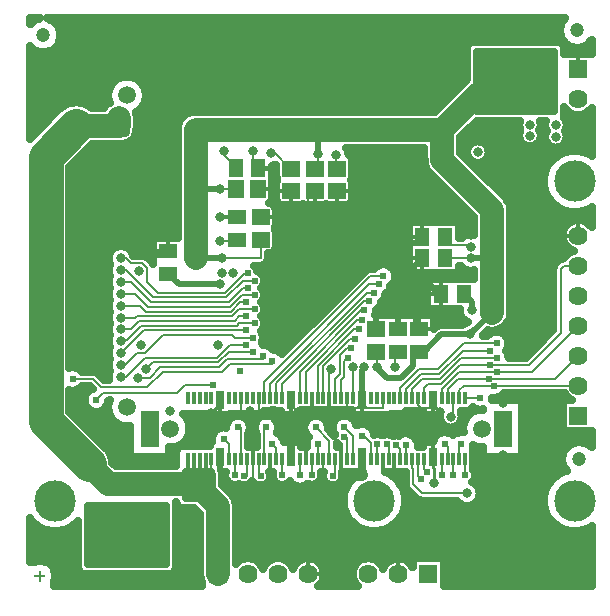
<source format=gbr>
G04 DipTrace 3.2.0.1*
G04 Bottom.gbr*
%MOIN*%
G04 #@! TF.FileFunction,Copper,L4,Bot*
G04 #@! TF.Part,Single*
%AMOUTLINE0*
4,1,4,
0.029528,-0.025591,
-0.029528,-0.025591,
-0.029528,0.025591,
0.029528,0.025591,
0.029528,-0.025591,
0*%
%AMOUTLINE3*
4,1,4,
-0.029528,0.025591,
0.029528,0.025591,
0.029528,-0.025591,
-0.029528,-0.025591,
-0.029528,0.025591,
0*%
%AMOUTLINE6*
4,1,4,
0.025591,0.029528,
0.025591,-0.029528,
-0.025591,-0.029528,
-0.025591,0.029528,
0.025591,0.029528,
0*%
G04 #@! TA.AperFunction,Conductor*
%ADD10C,0.009843*%
%ADD13C,0.007*%
%ADD15C,0.03937*%
G04 #@! TA.AperFunction,ViaPad*
%ADD16C,0.031496*%
G04 #@! TA.AperFunction,Conductor*
%ADD17C,0.019685*%
%ADD18C,0.07874*%
%ADD19C,0.02*%
G04 #@! TA.AperFunction,ViaPad*
%ADD20C,0.024*%
G04 #@! TA.AperFunction,Conductor*
%ADD21C,0.11811*%
%ADD22C,0.0275*%
%ADD23C,0.012*%
G04 #@! TA.AperFunction,CopperBalancing*
%ADD24C,0.025*%
%ADD25C,0.012992*%
G04 #@! TA.AperFunction,Nonconductor*
%ADD27C,0.007875*%
%ADD28C,0.04725*%
%ADD29R,0.051181X0.059055*%
%ADD30R,0.059055X0.051181*%
G04 #@! TA.AperFunction,ComponentPad*
%ADD35R,0.06378X0.06378*%
%ADD37C,0.06378*%
%ADD39C,0.059055*%
%ADD41R,0.011699X0.043199*%
%ADD42R,0.011801X0.043301*%
%ADD43R,0.0275X0.0589*%
%ADD44R,0.0629X0.122*%
G04 #@! TA.AperFunction,ComponentPad*
%ADD48C,0.137795*%
%ADD104OUTLINE0*%
%ADD107OUTLINE3*%
%ADD110OUTLINE6*%
%FSLAX26Y26*%
G04*
G70*
G90*
G75*
G01*
G04 Bottom*
%LPD*%
X1066929Y1755906D2*
D13*
X1118110D1*
X1393701Y1870466D2*
Y1834646D1*
X1381890Y1822835D1*
X1070866Y1523622D2*
X1200787D1*
Y1586614D1*
X2051181Y2110236D2*
D16*
Y2070866D1*
Y2031496D1*
X1393701Y1870466D2*
D17*
Y1952756D1*
D18*
X1807087D1*
X1925197Y2070866D1*
D16*
X2051181D1*
X1901575Y1523622D2*
D13*
X1814961D1*
X1901575D2*
D17*
X1972441D1*
D18*
Y1685039D1*
X1807087Y1850394D1*
Y1952756D1*
X2015748Y2070866D2*
X1925197D1*
X1070866Y1523622D2*
D17*
X984252D1*
D18*
Y1755906D1*
Y1952756D1*
X1393701D1*
X1381890Y1822835D2*
D13*
X1392339D1*
Y1870466D1*
X1393701D1*
X1900067Y1270146D2*
D17*
X1972441Y1342520D1*
D18*
Y1523622D1*
X1066929Y1755906D2*
D19*
X984252D1*
X1590551Y1161417D2*
D13*
Y1212598D1*
X1586614D1*
X1900067Y1270146D2*
D19*
X1898559Y1271654D1*
X1803150D1*
X1744094Y1212598D1*
X1728346D1*
X1708661D1*
Y1165354D1*
X1669291Y1125984D1*
X1622047D1*
X1590551Y1157480D1*
Y1161417D1*
X1452756Y1870079D2*
D13*
Y1826772D1*
X1456693Y1822835D1*
X1901575Y1562992D2*
X1897638Y1566929D1*
X1814961D1*
Y1594488D1*
X1905512Y1350394D2*
D19*
Y1377953D1*
X1877953Y1405512D1*
X1649606Y1161417D2*
D13*
Y1212598D1*
X1657480D1*
X1066929Y1582677D2*
X1118110D1*
X1122047Y1586614D1*
X1078740Y1881890D2*
Y1870079D1*
X1122047Y1826772D1*
X1118110D1*
X1236220Y1874016D2*
X1248031D1*
X1299213Y1822835D1*
X1303150D1*
X893701Y1472441D2*
D19*
X929134Y1437008D1*
X1066929D1*
X708661Y1992126D2*
D16*
X728346D1*
X748031D1*
X1036906Y854232D2*
D13*
Y818898D1*
X1017304D1*
Y854232D1*
Y818898D2*
X997605D1*
Y854232D1*
Y818898D2*
X977904D1*
Y854232D1*
Y818898D2*
X958303D1*
Y854232D1*
X977904D2*
Y800948D1*
D20*
X1007198Y771654D1*
D18*
X984568D1*
X692913D1*
X627417Y837150D1*
D21*
X484252Y980315D1*
Y1862205D1*
X586614Y1964567D1*
D18*
X728346D1*
Y1992126D1*
X708661Y1944882D2*
D16*
X748031D1*
X984568Y771654D2*
D18*
X1059055Y697167D1*
Y472441D1*
X602362Y862205D2*
D16*
X627417Y837150D1*
X1843904Y1058832D2*
D13*
Y1005322D1*
X1834646Y996063D1*
X1804605Y854232D2*
Y800948D1*
X1381890Y1748031D2*
X1358268D1*
Y1696850D1*
X1233407Y854433D2*
Y801148D1*
X1233406D1*
X1410605Y854433D2*
Y801148D1*
X1410606D1*
X1066304Y862033D2*
D17*
Y815585D1*
X1078740Y803150D1*
X1302605Y862033D2*
D22*
Y913386D1*
X1303150D1*
X1538806Y862033D2*
Y803150D1*
D15*
X1500000D1*
X1775104Y862033D2*
D10*
Y827259D1*
X1779528Y822835D1*
Y775591D1*
X1302605Y1050832D2*
Y1016293D1*
X1307087Y1011811D1*
X1326772D1*
X1775104Y1050832D2*
Y1035920D1*
X1799213Y1011811D1*
X1066304Y1050832D2*
Y1038745D1*
X1035433Y1007874D1*
X1174404Y854433D2*
D13*
Y772829D1*
X1173228Y771654D1*
X1351605Y854433D2*
Y880678D1*
X1318898Y913386D1*
X1303150D1*
X1469604Y854433D2*
Y729446D1*
X1464567Y724409D1*
X1607804Y854033D2*
Y821329D1*
X1622047Y807087D1*
X1637795D1*
X1647105Y854033D2*
Y793840D1*
X1696850Y744094D1*
Y728346D1*
X1430304Y1058933D2*
Y1146840D1*
X1437008Y1153543D1*
X1489304Y1059133D2*
Y1026444D1*
X1492126Y1023622D1*
X1523622D1*
X1538806Y1038806D1*
Y1050832D1*
X1725806Y1058732D2*
Y1034037D1*
X1736220Y1023622D1*
X1775104D1*
Y1050832D1*
X1607705Y1058732D2*
Y1023622D1*
X1555121D1*
X1538806Y1039937D1*
X1134906Y1059133D2*
Y1018638D1*
X1137795Y1015748D1*
X1165354D1*
X1194105Y1058832D2*
Y1016940D1*
X1192913Y1015748D1*
X1165354D1*
X1326772Y1011811D2*
X1371105D1*
Y1059133D1*
X1456693Y1748031D2*
Y1696850D1*
X1405512D1*
X1177165Y1881890D2*
Y1826772D1*
X1192913D1*
X1066929Y1661417D2*
D23*
X1122047D1*
X1259843D2*
X1200787D1*
X1192913Y1755906D2*
X1244094D1*
X1192913Y1826772D2*
X1196850Y1822835D1*
X1248031D1*
X1303150Y1696850D2*
Y1748031D1*
X1586614Y1287402D2*
D19*
Y1338583D1*
X1641732Y1393701D1*
Y1437008D1*
X1657480Y1287402D2*
Y1334646D1*
X1681102Y1358268D1*
Y1437008D1*
X1728346Y1287402D2*
X1720472Y1295276D1*
Y1437008D1*
X1759843D2*
X1763780D1*
X1795276Y1405512D1*
X1803150D1*
X1538806Y1050832D2*
Y1152979D1*
X1547244Y1161417D1*
X1681102Y1492126D2*
X1708661D1*
X1740157Y1523622D1*
Y1594488D2*
Y1574803D1*
X1681102D1*
Y1570866D1*
X893701Y1547244D2*
X881890Y1535433D1*
X795276D1*
X1177165Y1212598D2*
D13*
X1094488D1*
X1059055Y1177165D1*
X842520D1*
X818898Y1153543D1*
X1208661Y1196850D2*
Y1188976D1*
X1090551D1*
X1062992Y1161417D1*
X866142D1*
X830709Y1125984D1*
X791339D1*
X1240157Y1181102D2*
Y1173228D1*
X1098425D1*
X1070866Y1145669D1*
X874016D1*
X822835Y1094488D1*
X669291D1*
X641732Y1122047D1*
X574803D1*
X1043307Y1102362D2*
X948819D1*
X921260Y1074803D1*
X677165D1*
X653543Y1051181D1*
X1706105Y854033D2*
Y825391D1*
X1708661Y822835D1*
Y771654D1*
X1740157Y740157D1*
X1889764D1*
X1964567Y1169291D2*
X1866142D1*
X1803150Y1106299D1*
X1759845D1*
X1745604Y1092058D1*
Y1058633D1*
X2259843Y1500000D2*
X2212598D1*
X2200787Y1488189D1*
Y1275591D1*
X2094488Y1169291D1*
X1964567D1*
X1988189Y1192913D2*
X1870079D1*
X1799213Y1122047D1*
X1740157D1*
X1706105Y1087995D1*
Y1058732D1*
X1964567Y1216535D2*
X1874016D1*
X1795276Y1137795D1*
X1736222D1*
X1686404Y1087978D1*
Y1058633D1*
X1988189Y1240157D2*
X1877953D1*
X1791339Y1153543D1*
X1728348D1*
X1666803Y1091999D1*
Y1058633D1*
X1610236Y1464567D2*
X1566929D1*
X1213605Y1111243D1*
Y1058832D1*
X1594488Y1437008D2*
X1562992D1*
X1232283Y1106299D1*
Y1058009D1*
X1233407Y1059133D1*
X1331804Y854433D2*
Y802054D1*
X1578740Y1409449D2*
X1555118D1*
X1253106Y1107437D1*
Y1059133D1*
X1562992Y1381890D2*
X1547244D1*
X1271654Y1106299D1*
Y1060084D1*
X1272906Y1058832D1*
X1539370Y1318898D2*
X1523623D1*
X1351404Y1146678D1*
Y1059133D1*
X1527559Y1287402D2*
X1511812D1*
X1390806Y1166395D1*
Y1059133D1*
X1515748Y1255906D2*
X1500003D1*
X1410407Y1166310D1*
Y1059133D1*
X1492126Y1192913D2*
X1480315Y1181102D1*
Y1129921D1*
X1468504Y1118110D1*
Y1060232D1*
X1469604Y1059133D1*
X1177165Y1259843D2*
X1114173D1*
X1106299Y1267717D1*
X874016D1*
X814961Y1208661D1*
X787402D1*
X748031Y1169291D1*
X736220D1*
X1153543Y1236220D2*
X1098425D1*
X1055118Y1192913D1*
X814961D1*
X751969Y1129921D1*
X736220D1*
X1157480Y1476378D2*
X1149606D1*
X1082677Y1409449D1*
X858268D1*
X822835Y1444882D1*
Y1492126D1*
X807087Y1507874D1*
X767717D1*
X751969Y1523622D1*
X736220D1*
X1181102Y1448819D2*
X1141732D1*
X1086614Y1393701D1*
X842520D1*
X751969Y1484252D1*
X736220D1*
X1157480Y1425197D2*
X1141732D1*
X1094488Y1377953D1*
X834646D1*
X767717Y1444882D1*
X736220D1*
X1181102Y1401575D2*
X1137795D1*
X1098425Y1362205D1*
X826772D1*
X783465Y1405512D1*
X736220D1*
X1153543Y1377953D2*
X1133858D1*
X1102362Y1346457D1*
X818898D1*
X799213Y1366142D1*
X736220D1*
X1181102Y1354331D2*
X1129921D1*
X1106299Y1330709D1*
X787402D1*
X783465Y1326772D1*
X736220D1*
X1153543Y1330709D2*
X1129921D1*
X1114173Y1314961D1*
X795276D1*
X767717Y1287402D1*
X736220D1*
X1181102Y1307087D2*
X1129921D1*
X1122047Y1299213D1*
X803150D1*
X755906Y1251969D1*
X740157D1*
X736220Y1248031D1*
X1153543Y1283465D2*
X811024D1*
X736220Y1208661D1*
X1078740Y921262D2*
X1095606Y904396D1*
Y854433D1*
X1115406D2*
Y801148D1*
X1125986Y960630D2*
X1129923Y964567D1*
X1135105Y959385D1*
Y854433D1*
X1154605D2*
Y799213D1*
X1145669D1*
X1194105Y854433D2*
Y799213D1*
X1200787D1*
X1220474Y960629D2*
X1213605Y953760D1*
Y854433D1*
X1240157Y905512D2*
X1253306Y892364D1*
Y854433D1*
X1272906D2*
Y801148D1*
X1371303Y854433D2*
X1371302Y801148D1*
X1393701Y851538D2*
X1390806Y854433D1*
X1393701Y905512D2*
X1390806Y902617D1*
Y854433D1*
X1385827Y960630D2*
X1430304Y916152D1*
Y854433D1*
X1449804D2*
Y799213D1*
X1440945D1*
X1489406Y854433D2*
Y929134D1*
X1480315D1*
Y960630D2*
X1509105Y931840D1*
Y854433D1*
X1539371Y933072D2*
X1541339Y935039D1*
X1568306Y908072D1*
Y854033D1*
X1588104D2*
Y905512D1*
X1590551D1*
X1627406Y854033D2*
Y905512D1*
X1622047D1*
X1666803Y854033D2*
Y888315D1*
X1653543Y901575D1*
X1685039D2*
Y854033D1*
X1686404D1*
X1736220Y787402D2*
X1724409Y799213D1*
Y852535D1*
X1725907Y854033D1*
X1745604D2*
Y821325D1*
X1755906Y811024D1*
X1547244Y1350394D2*
X1535436D1*
X1331804Y1146762D1*
Y1059133D1*
X1814962Y905512D2*
X1824304Y896169D1*
Y854232D1*
X1843904D2*
Y800948D1*
X1870035Y905555D2*
X1863606Y899126D1*
Y854133D1*
X1883306Y854232D2*
Y800948D1*
X1503937Y1224409D2*
X1488189D1*
X1464567Y1200787D1*
Y1137795D1*
X1449804Y1123033D1*
Y1058933D1*
X1507874Y1161417D2*
Y1060164D1*
X1509105Y1058933D1*
X1980315Y1098425D2*
X1877954D1*
X1863606Y1084077D1*
Y1058633D1*
X2259843Y1100000D2*
X2258268Y1098425D1*
X1980315D1*
X1960630Y1122047D2*
X1858268D1*
X1824304Y1088084D1*
Y1058832D1*
X2259843Y1200000D2*
X2181890Y1122047D1*
X1960630D1*
X1988189Y1145669D2*
X1862207D1*
X1804605Y1088067D1*
Y1058832D1*
X2259843Y1300000D2*
X2105512Y1145669D1*
X1988189D1*
X1933071Y1058633D2*
X1883306D1*
D16*
X1066929Y1755906D3*
X1393701Y1870466D3*
X1070866Y1523622D3*
X1393701Y1870466D3*
X1901575Y1523622D3*
D3*
X1070866D3*
X1900067Y1270146D3*
X1066929Y1755906D3*
X1590551Y1161417D3*
X1900067Y1270146D3*
X1590551Y1161417D3*
X1452756Y1870079D3*
X1901575Y1562992D3*
X1905512Y1350394D3*
X1649606Y1161417D3*
X1066929Y1582677D3*
X1078740Y1881890D3*
X1236220Y1874016D3*
D20*
X1177165Y1212598D3*
D16*
X818898Y1153543D3*
D20*
X1208661Y1196850D3*
D16*
X791339Y1125984D3*
D20*
X1240157Y1181102D3*
X574803Y1122047D3*
X1043307Y1102362D3*
X653543Y1051181D3*
D16*
X1889764Y740157D3*
D20*
X1964567Y1169291D3*
D3*
X1988189Y1192913D3*
X1964567Y1216535D3*
X1988189Y1240157D3*
X1610236Y1464567D3*
X1594488Y1437008D3*
X1331804Y802054D3*
X1578740Y1409449D3*
X1562992Y1381890D3*
X1539370Y1318898D3*
X1527559Y1287402D3*
X1515748Y1255906D3*
X1492126Y1192913D3*
D16*
X736220Y1169291D3*
Y1129921D3*
Y1523622D3*
Y1484252D3*
Y1444882D3*
Y1405512D3*
Y1366142D3*
Y1326772D3*
Y1287402D3*
Y1248031D3*
Y1208661D3*
D20*
X1078740Y921262D3*
X1125986Y960630D3*
X1220474Y960629D3*
X1240157Y905512D3*
X1393701D3*
X1385827Y960630D3*
X1480315D3*
X1539371Y933072D3*
X1685039Y901575D3*
X1736220Y787402D3*
X1547244Y1350394D3*
X1814962Y905512D3*
X1870035Y905555D3*
X1503937Y1224409D3*
D16*
X1507874Y1161417D3*
D20*
X1980315Y1098425D3*
D3*
X1960630Y1122047D3*
D3*
X1988189Y1145669D3*
D3*
X1933071Y1058633D3*
D16*
X767717Y692913D3*
Y653543D3*
Y614173D3*
X811024Y692913D3*
X850394D3*
X811024Y653543D3*
X850394D3*
X811024Y614173D3*
X850394D3*
X897638Y1015748D3*
X503937Y586614D3*
X574803Y452756D3*
X952756Y586614D3*
Y488189D3*
X1925197Y1877953D3*
X1078740Y803150D3*
X724409Y653543D3*
D20*
X1115406Y801148D3*
D16*
X685039Y653543D3*
D20*
X1145669Y799213D3*
D16*
X645669Y653543D3*
D20*
X1200787Y799213D3*
D16*
X645669Y614173D3*
D20*
X1233406Y801148D3*
D16*
X685039Y614173D3*
D20*
X1272906Y801148D3*
D16*
X724409Y614173D3*
X2098425Y1968504D3*
X1303150Y913386D3*
D20*
X1371302Y801148D3*
D16*
X1500000Y803150D3*
D20*
X1410606Y801148D3*
D16*
X1779528Y775591D3*
D20*
X1440945Y799213D3*
D16*
X1035433Y1007874D3*
D20*
X1480315Y929134D3*
D16*
X1326772Y1011811D3*
X1720472Y1437008D3*
X1799213Y1011811D3*
D20*
X1590551Y905512D3*
D16*
X1940945Y2200787D3*
D20*
X1622047Y905512D3*
D16*
X2007874Y1043307D3*
D20*
X1653543Y901575D3*
D16*
X2007874Y870079D3*
X692913Y1019685D3*
X842520Y2129921D3*
D20*
X1755906Y811024D3*
D16*
X669291Y2129921D3*
D20*
X1804605Y800948D3*
D16*
X791339Y838583D3*
D20*
X1843904Y800948D3*
D16*
X838583Y838583D3*
D20*
X1883306Y800948D3*
D16*
X708661Y1992126D3*
Y1944882D3*
X748031Y1992126D3*
Y1944882D3*
X1326772Y1649606D3*
X2051181Y2031496D3*
Y2070866D3*
Y2110236D3*
X1248031Y1822835D3*
X1358268Y1696850D3*
X1066929Y1661417D3*
X1759843Y1437008D3*
X1681102D3*
X1641732D3*
X1059055Y1236220D3*
X1259843Y1661417D3*
X795276Y1535433D3*
Y1594488D3*
Y1661417D3*
X799213Y1826772D3*
X795276Y1480315D3*
X799213Y1767717D3*
Y1877953D3*
X1066929Y1437008D3*
X2098425Y1933071D3*
X1173228Y771654D3*
X1464567Y724409D3*
X1637795Y807087D3*
X1696850Y728346D3*
X1834646Y996063D3*
X1940945Y2161417D3*
X1437008Y1153543D3*
X1165354Y1015748D3*
X2165354Y2200787D3*
Y2161417D3*
X2185039Y1968504D3*
X1901575Y1602362D3*
X716535Y1897638D3*
Y1791339D3*
Y1728346D3*
Y1661417D3*
Y1562992D3*
Y1610236D3*
X578740Y1429134D3*
Y1362205D3*
Y1318898D3*
Y1192913D3*
Y1496063D3*
X803150Y1236220D3*
X2185039Y1929134D3*
X1244094Y1755906D3*
X1917323Y1964567D3*
X1921260Y1929134D3*
X2003937D3*
D20*
X1157480Y1476378D3*
D16*
X602362Y862205D3*
X570866Y893701D3*
X539370Y925197D3*
X1681102Y1570866D3*
X2015748Y2110236D3*
Y2070866D3*
Y2031496D3*
X2086614Y2110236D3*
Y2070866D3*
Y2031496D3*
X724409Y692913D3*
X685039D3*
X645669D3*
X2003937Y1964567D3*
X1303150Y1696850D3*
X2255906Y547244D3*
Y507874D3*
D20*
X1181102Y1448819D3*
X1157480Y1425197D3*
X1181102Y1401575D3*
X1153543Y1377953D3*
X1181102Y1354331D3*
X1153543Y1330709D3*
D16*
X1405512Y1696850D3*
D20*
X1181102Y1307087D3*
X1153543Y1283465D3*
X1177165Y1259843D3*
X1153543Y1236220D3*
D16*
X1177165Y1881890D3*
X1547244Y1161417D3*
X1681102Y1492126D3*
X1901575Y1472441D3*
X1110236Y1476378D3*
X1511811Y1870079D3*
X1070866Y1476378D3*
D20*
X1133858Y1149606D3*
X955963Y790846D2*
D24*
X1036188D1*
X955963Y765978D2*
X1036188D1*
X955963Y741109D2*
X1036188D1*
X1032049Y812133D2*
X953441Y812132D1*
X953445Y725122D1*
X1038658Y725099D1*
X1038681Y803062D1*
X1036800Y808502D1*
X1036334Y810848D1*
X1032055Y812118D1*
X1017304Y854232D2*
D25*
Y812168D1*
X997605Y854232D2*
Y812168D1*
X977904Y854232D2*
Y812168D1*
X958303Y854232D2*
Y812168D1*
X526710Y2298852D2*
D24*
X2198435D1*
X535430Y2273983D2*
X2197358D1*
X532882Y2249114D2*
X2207764D1*
X515765Y2224245D2*
X1886457D1*
X2215922D2*
X2301530D1*
X434703Y2199377D2*
X1886457D1*
X434703Y2174508D2*
X1886457D1*
X434703Y2149639D2*
X1886457D1*
X434703Y2124770D2*
X728367D1*
X783461D2*
X1886457D1*
X434703Y2099902D2*
X699696D1*
X812133D2*
X1867080D1*
X434703Y2075033D2*
X690904D1*
X820924D2*
X1842212D1*
X434703Y2050164D2*
X692662D1*
X819166D2*
X1817309D1*
X434703Y2025295D2*
X532726D1*
X640499D2*
X676012D1*
X805710D2*
X1792441D1*
X434703Y2000427D2*
X507464D1*
X790136D2*
X945538D1*
X2215599D2*
X2301530D1*
X434703Y1975558D2*
X482596D1*
X790710D2*
X926376D1*
X1917043D2*
X2060352D1*
X2223099D2*
X2301530D1*
X434703Y1950689D2*
X457729D1*
X789095D2*
X921890D1*
X1892175D2*
X2064264D1*
X2132599D2*
X2150960D1*
X2219116D2*
X2301530D1*
X781380Y1925820D2*
X921890D1*
X1869460D2*
X2060424D1*
X2223637D2*
X2301530D1*
X638023Y1900951D2*
X921890D1*
X1869460D2*
X1894675D1*
X1955726D2*
X2079120D1*
X2117743D2*
X2159751D1*
X2210324D2*
X2301530D1*
X613155Y1876083D2*
X921890D1*
X1496193D2*
X1744715D1*
X1869460D2*
X1886493D1*
X1963908D2*
X2208697D1*
X2286865D2*
X2301530D1*
X588251Y1851214D2*
X921890D1*
X1509040D2*
X1744715D1*
X1952173D2*
X2171270D1*
X566290Y1826345D2*
X921890D1*
X1509219D2*
X1749775D1*
X1918299D2*
X2153759D1*
X566290Y1801476D2*
X921890D1*
X1509219D2*
X1768829D1*
X1943167D2*
X2145075D1*
X566290Y1776608D2*
X921890D1*
X1509004D2*
X1793697D1*
X1968034D2*
X2142958D1*
X566290Y1751739D2*
X921890D1*
X1509219D2*
X1818565D1*
X1992902D2*
X2146977D1*
X566290Y1726870D2*
X921890D1*
X1509219D2*
X1843432D1*
X2017770D2*
X2158029D1*
X566290Y1702001D2*
X921890D1*
X1246798D2*
X1269536D1*
X1490308D2*
X1868300D1*
X2032375D2*
X2179452D1*
X566290Y1677133D2*
X921890D1*
X1253329D2*
X1893168D1*
X2034815D2*
X2301530D1*
X566290Y1652264D2*
X921890D1*
X1253329D2*
X1910069D1*
X2034815D2*
X2253696D1*
X2265973D2*
X2301530D1*
X566290Y1627395D2*
X921890D1*
X1251499D2*
X1691570D1*
X1863540D2*
X1910069D1*
X2034815D2*
X2212681D1*
X566290Y1602526D2*
X921890D1*
X1253329D2*
X1691570D1*
X1863540D2*
X1886888D1*
X2034815D2*
X2205001D1*
X566290Y1577657D2*
X841187D1*
X1253329D2*
X1691570D1*
X2034815D2*
X2209953D1*
X566290Y1552789D2*
X704361D1*
X768067D2*
X841187D1*
X1251571D2*
X1691570D1*
X2034815D2*
X2234642D1*
X566290Y1527920D2*
X692555D1*
X822790D2*
X841187D1*
X1227277D2*
X1691570D1*
X2034815D2*
X2213004D1*
X566290Y1503051D2*
X696861D1*
X1215651D2*
X1598846D1*
X1621644D2*
X1691570D1*
X2034815D2*
X2179452D1*
X566290Y1478182D2*
X692806D1*
X1197529D2*
X1544086D1*
X1649813D2*
X1691570D1*
X1863540D2*
X1910069D1*
X2034815D2*
X2174284D1*
X566290Y1453314D2*
X693201D1*
X1215794D2*
X1519219D1*
X1650603D2*
X1754547D1*
X2034815D2*
X2174284D1*
X566290Y1428445D2*
X695748D1*
X1208940D2*
X1494351D1*
X1635531D2*
X1754547D1*
X2034815D2*
X2174284D1*
X566290Y1403576D2*
X692375D1*
X1216045D2*
X1469483D1*
X1620316D2*
X1754547D1*
X2034815D2*
X2174284D1*
X566290Y1378707D2*
X694313D1*
X1206679D2*
X1444615D1*
X1606035D2*
X1754547D1*
X2034815D2*
X2174284D1*
X566290Y1353839D2*
X694205D1*
X1216081D2*
X1419748D1*
X1593296D2*
X1861769D1*
X2034815D2*
X2174284D1*
X566290Y1328970D2*
X692411D1*
X1207648D2*
X1394880D1*
X1780862D2*
X1867618D1*
X2033272D2*
X2174284D1*
X566290Y1304101D2*
X695856D1*
X1215973D2*
X1370012D1*
X1780862D2*
X1873934D1*
X2020856D2*
X2174284D1*
X566290Y1279232D2*
X693165D1*
X1205746D2*
X1345144D1*
X1954578D2*
X1979900D1*
X1996455D2*
X2168005D1*
X566290Y1254364D2*
X692842D1*
X1211703D2*
X1320277D1*
X2027530D2*
X2143137D1*
X566290Y1229495D2*
X696717D1*
X1233413D2*
X1295409D1*
X2028714D2*
X2118233D1*
X566290Y1204626D2*
X692555D1*
X2028427D2*
X2093366D1*
X566290Y1179757D2*
X693703D1*
X599268Y1154888D2*
X694923D1*
X670211Y1130020D2*
X692339D1*
X566290Y1080282D2*
X624339D1*
X566290Y1055413D2*
X611779D1*
X1974924D2*
X2229833D1*
X566290Y1030545D2*
X617377D1*
X2076153D2*
X2204965D1*
X573898Y1005676D2*
X694313D1*
X1216153D2*
X1265840D1*
X1339343D2*
X1502066D1*
X1688855D2*
X1738363D1*
X1872080D2*
X1897940D1*
X2076153D2*
X2204965D1*
X598765Y980807D2*
X711143D1*
X961052D2*
X1089541D1*
X1162434D2*
X1184024D1*
X1256917D2*
X1349379D1*
X1422272D2*
X1443862D1*
X1516791D2*
X1799259D1*
X2076153D2*
X2204965D1*
X623633Y955938D2*
X764646D1*
X965932D2*
X1057317D1*
X1262192D2*
X1344104D1*
X1574098D2*
X1874257D1*
X2076153D2*
X2204965D1*
X648501Y931070D2*
X764646D1*
X960586D2*
X1037976D1*
X1161609D2*
X1187111D1*
X1272778D2*
X1357130D1*
X1713831D2*
X1782357D1*
X2076153D2*
X2301530D1*
X673369Y906201D2*
X764646D1*
X940957D2*
X1029543D1*
X1161609D2*
X1187111D1*
X2076153D2*
X2237907D1*
X696083Y881332D2*
X764646D1*
X899547D2*
X918230D1*
X1912163D2*
X1941253D1*
X2076153D2*
X2211245D1*
X707100Y856463D2*
X917943D1*
X1912163D2*
X2204212D1*
X720126Y831594D2*
X917943D1*
X1912163D2*
X2209092D1*
X1476313Y806726D2*
X1529159D1*
X1630759D2*
X1682169D1*
X1917796D2*
X2196963D1*
X1074195Y781857D2*
X1086742D1*
X1230758D2*
X1244238D1*
X1470931D2*
X1498657D1*
X1661224D2*
X1682169D1*
X1912091D2*
X2166498D1*
X1086396Y756988D2*
X1483442D1*
X1930069D2*
X2151247D1*
X1110151Y732119D2*
X1476265D1*
X1683652D2*
X1711737D1*
X1932832D2*
X2144106D1*
X1120557Y707251D2*
X1475476D1*
X1684442D2*
X1862200D1*
X1917330D2*
X2143281D1*
X920647Y682382D2*
X986661D1*
X1121419D2*
X1480894D1*
X1679023D2*
X2148699D1*
X920647Y657513D2*
X996673D1*
X1121419D2*
X1493705D1*
X1666212D2*
X2161546D1*
X434703Y632644D2*
X454427D1*
X577127D2*
X591182D1*
X920647D2*
X996673D1*
X1121419D2*
X1518609D1*
X1641309D2*
X2186413D1*
X434703Y607776D2*
X591182D1*
X920647D2*
X996673D1*
X1121419D2*
X2301530D1*
X434703Y582907D2*
X591182D1*
X920647D2*
X996673D1*
X1121419D2*
X2301530D1*
X434703Y558038D2*
X591182D1*
X920647D2*
X996673D1*
X1121419D2*
X2301530D1*
X434703Y533169D2*
X591182D1*
X920647D2*
X996673D1*
X1121419D2*
X2301530D1*
X504498Y508301D2*
X591182D1*
X920647D2*
X996673D1*
X1199754D2*
X1218366D1*
X1299763D2*
X1318375D1*
X1399736D2*
X1519147D1*
X1600544D2*
X1619156D1*
X1814737D2*
X2301530D1*
X515514Y483432D2*
X593120D1*
X918709D2*
X996673D1*
X1412762D2*
X1506121D1*
X1814737D2*
X2301530D1*
X518923Y458563D2*
X998324D1*
X1412081D2*
X1506839D1*
X1814737D2*
X2301530D1*
X515514Y433694D2*
X1004173D1*
X1396830D2*
X1522089D1*
X1814737D2*
X2301530D1*
X1411381Y1701941D2*
X1350754Y1702004D1*
X1346027Y1702944D1*
X1343050Y1704178D1*
X1341984Y1704175D1*
X1337463Y1702507D1*
X1332677Y1701941D1*
X1272014Y1702004D1*
X1267287Y1702944D1*
X1262911Y1704962D1*
X1259126Y1707945D1*
X1256143Y1711730D1*
X1254125Y1716106D1*
X1253185Y1720833D1*
X1253122Y1773622D1*
X1253688Y1778408D1*
X1255356Y1782929D1*
X1256146Y1784339D1*
X1256143Y1786533D1*
X1254125Y1790909D1*
X1253185Y1795636D1*
X1253122Y1834958D1*
X1252054Y1835791D1*
X1245879Y1833785D1*
X1239004Y1832705D1*
X1238941Y1724770D1*
X1238001Y1720043D1*
X1235983Y1715667D1*
X1233000Y1711882D1*
X1229215Y1708899D1*
X1227805Y1708110D1*
X1228215Y1707508D1*
X1233522Y1707255D1*
X1238160Y1705947D1*
X1242365Y1703593D1*
X1245903Y1700322D1*
X1248581Y1696315D1*
X1250249Y1691794D1*
X1250815Y1687008D1*
X1250752Y1634218D1*
X1249812Y1629492D1*
X1247791Y1625110D1*
X1247794Y1622916D1*
X1249812Y1618540D1*
X1250752Y1613813D1*
Y1559415D1*
X1249812Y1554689D1*
X1247794Y1550312D1*
X1244811Y1546528D1*
X1241026Y1543544D1*
X1236650Y1541527D1*
X1231923Y1540587D1*
X1224753Y1540524D1*
X1224714Y1521739D1*
X1223613Y1516206D1*
X1221251Y1511082D1*
X1217758Y1506651D1*
X1213327Y1503159D1*
X1208204Y1500797D1*
X1202670Y1499696D1*
X1180226Y1499622D1*
X1183773Y1495481D1*
X1186438Y1491133D1*
X1188390Y1486421D1*
X1189736Y1480145D1*
X1195857Y1477777D1*
X1200205Y1475112D1*
X1204083Y1471800D1*
X1207395Y1467922D1*
X1210060Y1463574D1*
X1212012Y1458862D1*
X1213202Y1453903D1*
X1213602Y1448819D1*
X1213202Y1443735D1*
X1212012Y1438776D1*
X1210060Y1434064D1*
X1207395Y1429716D1*
X1203403Y1425209D1*
X1207395Y1420678D1*
X1210060Y1416329D1*
X1212012Y1411618D1*
X1213202Y1406659D1*
X1213602Y1401575D1*
X1213202Y1396491D1*
X1212012Y1391532D1*
X1210060Y1386820D1*
X1207395Y1382472D1*
X1203403Y1377965D1*
X1207395Y1373434D1*
X1210060Y1369085D1*
X1212012Y1364374D1*
X1213202Y1359415D1*
X1213602Y1354331D1*
X1213202Y1349247D1*
X1212012Y1344288D1*
X1210060Y1339576D1*
X1207395Y1335228D1*
X1203403Y1330720D1*
X1207395Y1326190D1*
X1210060Y1321841D1*
X1212012Y1317130D1*
X1213202Y1312171D1*
X1213602Y1307087D1*
X1213202Y1302002D1*
X1212012Y1297044D1*
X1210060Y1292332D1*
X1207395Y1287984D1*
X1204083Y1284106D1*
X1201278Y1281639D1*
X1204876Y1276824D1*
X1207191Y1272280D1*
X1208767Y1267429D1*
X1209565Y1262392D1*
Y1257293D1*
X1208767Y1252256D1*
X1207191Y1247405D1*
X1204876Y1242861D1*
X1204018Y1241577D1*
X1208694Y1236358D1*
X1214841Y1235864D1*
X1220868Y1234417D1*
X1226594Y1232045D1*
X1231879Y1228807D1*
X1236592Y1224781D1*
X1240190Y1220610D1*
X1246337Y1220116D1*
X1252364Y1218669D1*
X1258090Y1216297D1*
X1263375Y1213059D1*
X1268088Y1209033D1*
X1272363Y1203947D1*
X1551342Y1482817D1*
X1556033Y1485951D1*
X1561326Y1487904D1*
X1566936Y1488567D1*
X1578879D1*
X1582306Y1492498D1*
X1587019Y1496523D1*
X1592304Y1499762D1*
X1598030Y1502134D1*
X1604057Y1503581D1*
X1610236Y1504067D1*
X1616415Y1503581D1*
X1622442Y1502134D1*
X1628169Y1499762D1*
X1633454Y1496523D1*
X1638167Y1492498D1*
X1642192Y1487784D1*
X1645431Y1482500D1*
X1647803Y1476773D1*
X1649250Y1470746D1*
X1649736Y1464567D1*
X1649250Y1458388D1*
X1647803Y1452361D1*
X1645431Y1446634D1*
X1642192Y1441349D1*
X1638167Y1436636D1*
X1633768Y1432858D1*
X1632897Y1427787D1*
X1630981Y1421892D1*
X1628167Y1416369D1*
X1624524Y1411355D1*
X1620141Y1406972D1*
X1618020Y1405299D1*
X1617149Y1400228D1*
X1615233Y1394333D1*
X1612419Y1388810D1*
X1608776Y1383796D1*
X1604393Y1379413D1*
X1602272Y1377740D1*
X1601401Y1372669D1*
X1599485Y1366774D1*
X1596671Y1361251D1*
X1593028Y1356237D1*
X1588645Y1351854D1*
X1586752Y1350361D1*
X1586258Y1344215D1*
X1584811Y1338188D1*
X1582911Y1333484D1*
X1778374Y1333492D1*
Y1290007D1*
X1783341Y1294846D1*
X1787213Y1297659D1*
X1791478Y1299832D1*
X1796030Y1301311D1*
X1800757Y1302060D1*
X1873877Y1302154D1*
X1878449Y1305423D1*
X1884234Y1308370D1*
X1890408Y1310377D1*
X1893134Y1310919D1*
X1886728Y1313529D1*
X1881193Y1316921D1*
X1876256Y1321138D1*
X1872040Y1326075D1*
X1868647Y1331610D1*
X1866163Y1337608D1*
X1864647Y1343921D1*
X1864138Y1350394D1*
X1864485Y1355492D1*
X1757059Y1355484D1*
Y1455539D1*
X1912566D1*
X1912571Y1483724D1*
X1904821Y1482376D1*
X1898329D1*
X1891916Y1483391D1*
X1885742Y1485397D1*
X1879957Y1488345D1*
X1874705Y1492161D1*
X1870114Y1496752D1*
X1867884Y1499630D1*
X1861062Y1499622D1*
X1861051Y1473594D1*
X1694067D1*
Y1644516D1*
X1861051D1*
Y1590941D1*
X1871048Y1590929D1*
X1874705Y1594453D1*
X1879957Y1598269D1*
X1885742Y1601217D1*
X1891916Y1603223D1*
X1898329Y1604239D1*
X1904821D1*
X1911233Y1603223D1*
X1912565Y1602848D1*
X1912571Y1660233D1*
X1761561Y1811511D1*
X1756039Y1819112D1*
X1751774Y1827482D1*
X1748871Y1836417D1*
X1747401Y1845696D1*
X1747216Y1868766D1*
Y1892916D1*
X1487251Y1892886D1*
X1489620Y1888862D1*
X1492105Y1882864D1*
X1493621Y1876551D1*
X1494130Y1870079D1*
X1494066Y1867365D1*
X1498270Y1865010D1*
X1501809Y1861739D1*
X1504486Y1857732D1*
X1506154Y1853211D1*
X1506721Y1848425D1*
X1506657Y1795636D1*
X1505717Y1790909D1*
X1503696Y1786528D1*
X1503700Y1784333D1*
X1505717Y1779957D1*
X1506657Y1775230D1*
X1506721Y1722441D1*
X1506154Y1717655D1*
X1504486Y1713134D1*
X1501809Y1709127D1*
X1498270Y1705856D1*
X1494066Y1703501D1*
X1489427Y1702193D1*
X1482546Y1701941D1*
X1425557Y1702004D1*
X1420830Y1702944D1*
X1419262Y1703501D1*
X1414624Y1702193D1*
X1411411Y1701941D1*
X1250815Y1600512D2*
Y1565401D1*
Y1675315D2*
Y1640204D1*
X1253122Y1825020D2*
Y1801634D1*
X1239004Y1785427D1*
Y1726929D1*
X1506720Y1836732D2*
Y1801621D1*
Y1761929D2*
Y1726818D1*
X843673Y1504040D2*
Y1593335D1*
X924377D1*
X924566Y1957453D1*
X926036Y1966732D1*
X928939Y1975667D1*
X933204Y1984038D1*
X938726Y1991638D1*
X945369Y1998282D1*
X952970Y2003804D1*
X961341Y2008069D1*
X970276Y2010972D1*
X979555Y2012442D1*
X1002625Y2012626D1*
X1782291D1*
X1886329Y2116403D1*
X1888949Y2123360D1*
X1889012Y2226018D1*
X1889952Y2230744D1*
X1891970Y2235121D1*
X1894953Y2238905D1*
X1898738Y2241889D1*
X1903114Y2243906D1*
X1907840Y2244846D1*
X2148294Y2244910D1*
X2194522Y2244846D1*
X2199248Y2243906D1*
X2203625Y2241889D1*
X2207409Y2238905D1*
X2210393Y2235121D1*
X2212410Y2230744D1*
X2213350Y2226018D1*
X2213413Y2205929D1*
X2304032Y2205933D1*
X2304035Y2252829D1*
X2300492Y2247822D1*
X2291548Y2238878D1*
X2287296Y2235788D1*
X2276026Y2230046D1*
X2271026Y2228422D1*
X2258534Y2226443D1*
X2253277D1*
X2240785Y2228422D1*
X2235785Y2230046D1*
X2224515Y2235788D1*
X2220263Y2238878D1*
X2211319Y2247822D1*
X2208229Y2252075D1*
X2202487Y2263344D1*
X2200863Y2268344D1*
X2198884Y2280836D1*
Y2286093D1*
X2200862Y2298585D1*
X2202487Y2303585D1*
X2208229Y2314855D1*
X2211319Y2319107D1*
X2215787Y2323722D1*
X487459Y2323504D1*
X494031Y2322046D1*
X500204Y2319363D1*
X507768Y2315393D1*
X512021Y2312303D1*
X520965Y2303359D1*
X524054Y2299107D1*
X529797Y2287837D1*
X531421Y2282837D1*
X533400Y2270345D1*
Y2265088D1*
X531421Y2252596D1*
X529796Y2247596D1*
X524054Y2236327D1*
X520964Y2232074D1*
X512021Y2223130D1*
X507768Y2220040D1*
X496498Y2214298D1*
X491499Y2212674D1*
X479006Y2210695D1*
X473750D1*
X461257Y2212674D1*
X456258Y2214298D1*
X444988Y2220040D1*
X440735Y2223130D1*
X433570Y2230150D1*
X432185Y2225984D1*
Y1922655D1*
X530360Y2020821D1*
X534947Y2025061D1*
X539853Y2028928D1*
X545047Y2032399D1*
X550497Y2035451D1*
X556170Y2038066D1*
X562030Y2040228D1*
X568042Y2041924D1*
X574169Y2043143D1*
X580372Y2043877D1*
X586614Y2044122D1*
X592856Y2043877D1*
X599059Y2043143D1*
X605186Y2041924D1*
X611198Y2040228D1*
X617059Y2038066D1*
X622731Y2035451D1*
X628182Y2032399D1*
X633376Y2028928D1*
X638944Y2024448D1*
X677939Y2024437D1*
X682821Y2031009D1*
X689464Y2037652D1*
X697064Y2043174D1*
X697433Y2043380D1*
X694619Y2052217D1*
X693072Y2061985D1*
Y2071876D1*
X694619Y2081644D1*
X697676Y2091050D1*
X702166Y2099862D1*
X707979Y2107864D1*
X714972Y2114857D1*
X722974Y2120670D1*
X731786Y2125160D1*
X741192Y2128217D1*
X750960Y2129764D1*
X760851D1*
X770619Y2128217D1*
X780025Y2125160D1*
X788837Y2120670D1*
X796839Y2114857D1*
X803832Y2107864D1*
X809645Y2099862D1*
X814135Y2091050D1*
X817192Y2081644D1*
X818739Y2071876D1*
Y2061985D1*
X817192Y2052217D1*
X814135Y2042811D1*
X809645Y2033999D1*
X803832Y2025997D1*
X796839Y2019004D1*
X788837Y2013191D1*
X785110Y2011103D1*
X786562Y2006102D1*
X788032Y1996823D1*
X788217Y1973753D1*
X788032Y1959870D1*
X786562Y1950591D1*
X784168Y1942038D1*
X783278Y1936420D1*
X781520Y1931010D1*
X778938Y1925942D1*
X775595Y1921341D1*
X771573Y1917319D1*
X766971Y1913975D1*
X761903Y1911393D1*
X756493Y1909635D1*
X750864Y1908745D1*
X742323Y1906351D1*
X733044Y1904881D1*
X709974Y1904697D1*
X639246D1*
X563828Y1829273D1*
X563807Y1159987D1*
X568624Y1161061D1*
X574803Y1161547D1*
X580982Y1161061D1*
X587009Y1159614D1*
X592736Y1157242D1*
X598021Y1154003D1*
X602734Y1149978D1*
X606137Y1146054D1*
X643615Y1145973D1*
X649149Y1144873D1*
X654272Y1142511D1*
X658708Y1139012D1*
X679230Y1118490D1*
X696456Y1118488D1*
X695356Y1123449D1*
X694846Y1129921D1*
X695356Y1136394D1*
X696871Y1142707D1*
X699356Y1148705D1*
X699846Y1149579D1*
X696871Y1156506D1*
X695356Y1162819D1*
X694846Y1169291D1*
X695356Y1175764D1*
X696871Y1182077D1*
X699356Y1188075D1*
X699846Y1188949D1*
X696871Y1195876D1*
X695356Y1202189D1*
X694846Y1208661D1*
X695356Y1215134D1*
X696871Y1221447D1*
X699356Y1227445D1*
X699846Y1228320D1*
X696871Y1235246D1*
X695356Y1241559D1*
X694846Y1248031D1*
X695356Y1254504D1*
X696871Y1260817D1*
X699356Y1266815D1*
X699846Y1267690D1*
X696871Y1274616D1*
X695356Y1280929D1*
X694846Y1287402D1*
X695356Y1293874D1*
X696871Y1300187D1*
X699356Y1306185D1*
X699846Y1307060D1*
X696871Y1313986D1*
X695356Y1320299D1*
X694846Y1326772D1*
X695356Y1333244D1*
X696871Y1339557D1*
X699356Y1345555D1*
X699846Y1346430D1*
X696871Y1353356D1*
X695356Y1359669D1*
X694846Y1366142D1*
X695356Y1372614D1*
X696871Y1378927D1*
X699356Y1384925D1*
X699846Y1385800D1*
X696871Y1392727D1*
X695356Y1399039D1*
X694846Y1405512D1*
X695356Y1411984D1*
X696871Y1418297D1*
X699356Y1424295D1*
X699846Y1425170D1*
X696871Y1432097D1*
X695356Y1438410D1*
X694846Y1444882D1*
X695356Y1451354D1*
X696871Y1457667D1*
X699356Y1463665D1*
X699846Y1464540D1*
X696871Y1471467D1*
X695356Y1477780D1*
X694846Y1484252D1*
X695356Y1490724D1*
X696871Y1497037D1*
X699356Y1503035D1*
X699846Y1503910D1*
X696871Y1510837D1*
X695356Y1517150D1*
X694846Y1523622D1*
X695356Y1530094D1*
X696871Y1536407D1*
X699356Y1542405D1*
X702748Y1547941D1*
X706965Y1552878D1*
X711901Y1557094D1*
X717437Y1560487D1*
X723435Y1562971D1*
X729748Y1564487D1*
X736220Y1564996D1*
X742693Y1564487D1*
X749006Y1562971D1*
X755004Y1560487D1*
X760540Y1557094D1*
X765476Y1552878D1*
X769693Y1547941D1*
X773085Y1542405D1*
X775569Y1536407D1*
X776503Y1533019D1*
X786089Y1531874D1*
X808970Y1531800D1*
X814503Y1530699D1*
X819627Y1528337D1*
X824062Y1524839D1*
X841084Y1507713D1*
X843302Y1504660D1*
X2304039Y2025462D2*
X2299680Y2019519D1*
X2293867Y2013706D1*
X2287216Y2008874D1*
X2279891Y2005141D1*
X2272073Y2002601D1*
X2263953Y2001315D1*
X2255732D1*
X2247612Y2002601D1*
X2239794Y2005141D1*
X2232469Y2008874D1*
X2225818Y2013706D1*
X2220005Y2019519D1*
X2215173Y2026170D1*
X2213406Y2029324D1*
X2213350Y2002329D1*
X2212410Y1997602D1*
X2211176Y1994625D1*
X2212603Y1992045D1*
X2215946Y1987443D1*
X2218528Y1982375D1*
X2220286Y1976966D1*
X2221176Y1971348D1*
Y1965660D1*
X2220286Y1960042D1*
X2218528Y1954632D1*
X2215458Y1948834D1*
X2218528Y1943005D1*
X2220286Y1937596D1*
X2221176Y1931978D1*
Y1926290D1*
X2220286Y1920672D1*
X2218528Y1915262D1*
X2215946Y1910194D1*
X2212603Y1905593D1*
X2208581Y1901571D1*
X2203979Y1898227D1*
X2198911Y1895645D1*
X2193501Y1893887D1*
X2187883Y1892998D1*
X2182195D1*
X2176577Y1893887D1*
X2171168Y1895645D1*
X2166100Y1898227D1*
X2161498Y1901571D1*
X2157476Y1905593D1*
X2154133Y1910194D1*
X2151551Y1915262D1*
X2149793Y1920672D1*
X2148903Y1926290D1*
Y1931978D1*
X2149793Y1937596D1*
X2151551Y1943005D1*
X2154621Y1948804D1*
X2151551Y1954632D1*
X2149793Y1960042D1*
X2148903Y1965660D1*
Y1971348D1*
X2149793Y1976966D1*
X2152039Y1983436D1*
X2131444Y1983437D1*
X2133672Y1976966D1*
X2134561Y1971348D1*
Y1965660D1*
X2133672Y1960042D1*
X2131914Y1954632D1*
X2130033Y1950816D1*
X2132899Y1944272D1*
X2134227Y1938741D1*
X2134673Y1933071D1*
X2134227Y1927400D1*
X2132899Y1921870D1*
X2130722Y1916615D1*
X2127750Y1911765D1*
X2124056Y1907440D1*
X2119731Y1903746D1*
X2114881Y1900774D1*
X2109626Y1898597D1*
X2104096Y1897269D1*
X2098425Y1896823D1*
X2092755Y1897269D1*
X2087224Y1898597D1*
X2081969Y1900774D1*
X2077119Y1903746D1*
X2072794Y1907440D1*
X2069100Y1911765D1*
X2066128Y1916615D1*
X2063951Y1921870D1*
X2062623Y1927400D1*
X2062177Y1933071D1*
X2062623Y1938741D1*
X2063951Y1944272D1*
X2066128Y1949527D1*
X2066818Y1950759D1*
X2063951Y1957303D1*
X2062623Y1962833D1*
X2062177Y1968504D1*
X2062623Y1974174D1*
X2063951Y1979705D1*
X2065425Y1983436D1*
X1922454Y1983437D1*
X1866974Y1927975D1*
X1866957Y1875210D1*
X2017967Y1723922D1*
X2023489Y1716321D1*
X2027754Y1707951D1*
X2030657Y1699016D1*
X2032127Y1689737D1*
X2032311Y1666667D1*
X2032127Y1337822D1*
X2030657Y1328543D1*
X2027754Y1319608D1*
X2023489Y1311238D1*
X2017967Y1303637D1*
X2011324Y1296994D1*
X2003723Y1291472D1*
X1995352Y1287207D1*
X1986417Y1284304D1*
X1977138Y1282834D1*
X1967744D1*
X1958465Y1284304D1*
X1957422Y1284598D1*
X1941398Y1268565D1*
X1940990Y1264165D1*
X1956790Y1264157D1*
X1960258Y1268088D1*
X1964971Y1272114D1*
X1970256Y1275352D1*
X1975983Y1277724D1*
X1982010Y1279171D1*
X1988189Y1279657D1*
X1994368Y1279171D1*
X2000395Y1277724D1*
X2006122Y1275352D1*
X2011406Y1272114D1*
X2016120Y1268088D1*
X2020145Y1263375D1*
X2023384Y1258090D1*
X2025756Y1252364D1*
X2027203Y1246337D1*
X2027689Y1240157D1*
X2027203Y1233978D1*
X2025756Y1227951D1*
X2023384Y1222225D1*
X2019838Y1216550D1*
X2023384Y1210846D1*
X2025756Y1205120D1*
X2027203Y1199093D1*
X2027674Y1193289D1*
X2084528Y1193291D1*
X2176806Y1285550D1*
X2176861Y1490072D1*
X2177962Y1495605D1*
X2180324Y1500729D1*
X2183822Y1505165D1*
X2197012Y1518250D1*
X2201703Y1521384D1*
X2206996Y1523337D1*
X2212606Y1524000D1*
X2217458Y1530794D1*
X2222797Y1537045D1*
X2229049Y1542384D1*
X2236058Y1546680D1*
X2244225Y1549987D1*
X2238091Y1552339D1*
X2231641Y1555849D1*
X2225745Y1560225D1*
X2220518Y1565384D1*
X2216065Y1571222D1*
X2212471Y1577625D1*
X2209808Y1584469D1*
X2208128Y1591617D1*
X2207464Y1598930D1*
X2207829Y1606264D1*
X2209215Y1613475D1*
X2211597Y1620421D1*
X2214926Y1626966D1*
X2219137Y1632981D1*
X2224148Y1638349D1*
X2229861Y1642963D1*
X2236162Y1646733D1*
X2242929Y1649584D1*
X2250028Y1651462D1*
X2257320Y1652329D1*
X2264661Y1652168D1*
X2271907Y1650982D1*
X2278917Y1648794D1*
X2285552Y1645648D1*
X2291682Y1641605D1*
X2297186Y1636744D1*
X2301957Y1631162D1*
X2304033Y1628140D1*
X2304035Y1694901D1*
X2294267Y1689204D1*
X2286965Y1685838D1*
X2279422Y1683055D1*
X2271684Y1680873D1*
X2263798Y1679304D1*
X2255814Y1678359D1*
X2247780Y1678043D1*
X2239746Y1678359D1*
X2231761Y1679304D1*
X2223875Y1680873D1*
X2216137Y1683055D1*
X2208594Y1685838D1*
X2201292Y1689204D1*
X2194277Y1693133D1*
X2187592Y1697600D1*
X2181278Y1702577D1*
X2175373Y1708035D1*
X2169916Y1713939D1*
X2164938Y1720253D1*
X2160471Y1726938D1*
X2156543Y1733953D1*
X2153176Y1741255D1*
X2150394Y1748798D1*
X2148211Y1756537D1*
X2146643Y1764422D1*
X2145698Y1772407D1*
X2145382Y1780441D1*
X2145698Y1788475D1*
X2146643Y1796459D1*
X2148211Y1804345D1*
X2150394Y1812084D1*
X2153176Y1819627D1*
X2156543Y1826928D1*
X2160471Y1833944D1*
X2164938Y1840629D1*
X2169916Y1846943D1*
X2175373Y1852847D1*
X2181278Y1858305D1*
X2187592Y1863282D1*
X2194277Y1867749D1*
X2201292Y1871678D1*
X2208594Y1875044D1*
X2216137Y1877827D1*
X2223875Y1880009D1*
X2231761Y1881578D1*
X2239746Y1882523D1*
X2247780Y1882839D1*
X2255814Y1882523D1*
X2263798Y1881578D1*
X2271684Y1880009D1*
X2279422Y1877827D1*
X2286965Y1875044D1*
X2294267Y1871678D1*
X2304024Y1865917D1*
X2304035Y2025395D1*
X1943739Y893569D2*
X1934834Y893608D1*
X1925066Y895155D1*
X1915660Y898211D1*
X1909293Y901331D1*
X1908441Y896322D1*
X1909656Y896332D1*
Y820006D1*
X1912263Y815702D1*
X1914215Y810991D1*
X1915406Y806032D1*
X1915806Y800948D1*
X1915406Y795863D1*
X1914215Y790904D1*
X1912263Y786193D1*
X1909599Y781844D1*
X1906361Y778047D1*
X1911382Y775435D1*
X1916634Y771619D1*
X1921225Y767028D1*
X1925041Y761775D1*
X1927988Y755991D1*
X1929995Y749816D1*
X1931010Y743404D1*
Y736911D1*
X1929995Y730499D1*
X1927988Y724324D1*
X1925041Y718540D1*
X1921225Y713287D1*
X1916634Y708696D1*
X1911382Y704880D1*
X1905597Y701933D1*
X1899422Y699927D1*
X1893010Y698911D1*
X1886518D1*
X1880105Y699927D1*
X1873931Y701933D1*
X1868146Y704880D1*
X1862894Y708696D1*
X1858303Y713287D1*
X1856073Y716166D1*
X1738274Y716231D1*
X1732741Y717332D1*
X1727618Y719694D1*
X1723182Y723192D1*
X1690412Y756067D1*
X1687277Y760758D1*
X1685325Y766051D1*
X1684662Y771661D1*
X1684661Y811951D1*
X1616923Y811933D1*
X1626440Y807678D1*
X1633455Y803749D1*
X1640141Y799282D1*
X1646455Y794305D1*
X1652359Y788847D1*
X1657817Y782943D1*
X1662794Y776629D1*
X1667261Y769944D1*
X1671190Y762928D1*
X1674556Y755627D1*
X1677339Y748084D1*
X1679521Y740345D1*
X1681090Y732459D1*
X1682035Y724475D1*
X1682350Y716441D1*
X1682035Y708407D1*
X1681090Y700422D1*
X1679521Y692537D1*
X1677339Y684798D1*
X1674556Y677255D1*
X1671190Y669953D1*
X1667261Y662938D1*
X1662794Y656253D1*
X1657817Y649939D1*
X1652359Y644035D1*
X1646455Y638577D1*
X1640141Y633600D1*
X1633455Y629133D1*
X1626440Y625204D1*
X1619139Y621838D1*
X1611595Y619055D1*
X1603857Y616873D1*
X1595971Y615304D1*
X1587987Y614359D1*
X1579953Y614043D1*
X1571919Y614359D1*
X1563934Y615304D1*
X1556049Y616873D1*
X1548310Y619055D1*
X1540767Y621838D1*
X1533465Y625204D1*
X1526450Y629133D1*
X1519765Y633600D1*
X1513451Y638577D1*
X1507547Y644035D1*
X1502089Y649939D1*
X1497111Y656253D1*
X1492644Y662938D1*
X1488716Y669953D1*
X1485350Y677255D1*
X1482567Y684798D1*
X1480384Y692537D1*
X1478816Y700422D1*
X1477871Y708407D1*
X1477555Y716441D1*
X1477871Y724475D1*
X1478816Y732459D1*
X1480384Y740345D1*
X1482567Y748084D1*
X1485350Y755627D1*
X1488716Y762928D1*
X1492644Y769944D1*
X1497111Y776629D1*
X1502089Y782943D1*
X1507547Y788847D1*
X1513451Y794305D1*
X1519765Y799282D1*
X1526450Y803749D1*
X1533465Y807678D1*
X1543154Y811925D1*
X1541822Y812083D1*
X1504556D1*
Y812334D1*
X1473822Y812333D1*
X1473731Y797330D1*
X1472627Y791789D1*
X1470971Y786775D1*
X1468656Y782231D1*
X1465658Y778106D1*
X1462052Y774499D1*
X1457926Y771502D1*
X1453382Y769187D1*
X1448532Y767611D1*
X1443495Y766813D1*
X1438395D1*
X1433358Y767611D1*
X1428508Y769187D1*
X1423964Y771502D1*
X1419838Y774499D1*
X1416232Y778106D1*
X1413234Y782231D1*
X1410919Y786775D1*
X1409343Y791626D1*
X1408545Y796663D1*
Y801763D1*
X1409343Y806800D1*
X1411232Y812329D1*
X1401833Y812333D1*
X1403402Y806232D1*
X1403802Y801148D1*
X1403402Y796064D1*
X1402211Y791105D1*
X1400260Y786394D1*
X1397595Y782045D1*
X1394283Y778167D1*
X1390405Y774855D1*
X1386057Y772191D1*
X1381345Y770239D1*
X1376386Y769048D1*
X1371302Y768648D1*
X1366218Y769048D1*
X1361259Y770239D1*
X1357262Y771861D1*
X1352443Y768375D1*
X1346920Y765561D1*
X1341026Y763645D1*
X1334904Y762676D1*
X1328705D1*
X1322583Y763645D1*
X1316688Y765561D1*
X1311166Y768375D1*
X1306151Y772018D1*
X1301768Y776401D1*
X1298401Y781002D1*
X1294013Y776435D1*
X1289887Y773437D1*
X1285343Y771122D1*
X1280492Y769546D1*
X1275455Y768748D1*
X1270356D1*
X1265319Y769546D1*
X1260468Y771122D1*
X1255924Y773437D1*
X1251798Y776435D1*
X1248192Y780041D1*
X1245195Y784167D1*
X1242879Y788711D1*
X1241303Y793561D1*
X1240506Y798598D1*
Y803698D1*
X1241303Y808735D1*
X1242421Y812342D1*
X1230526Y812333D1*
X1232389Y806800D1*
X1233187Y801763D1*
Y796663D1*
X1232389Y791626D1*
X1230813Y786775D1*
X1228498Y782231D1*
X1225501Y778106D1*
X1221894Y774499D1*
X1217769Y771502D1*
X1213225Y769187D1*
X1208374Y767611D1*
X1203337Y766813D1*
X1198237D1*
X1193200Y767611D1*
X1188350Y769187D1*
X1183806Y771502D1*
X1179680Y774499D1*
X1176074Y778106D1*
X1173237Y781991D1*
X1170382Y778106D1*
X1166776Y774499D1*
X1162650Y771502D1*
X1158107Y769187D1*
X1153256Y767611D1*
X1148219Y766813D1*
X1143119D1*
X1138082Y767611D1*
X1133232Y769187D1*
X1128697Y771497D1*
X1122992Y769546D1*
X1117955Y768748D1*
X1112856D1*
X1107819Y769546D1*
X1102968Y771122D1*
X1098424Y773437D1*
X1094298Y776435D1*
X1090692Y780041D1*
X1087695Y784167D1*
X1085379Y788711D1*
X1083803Y793561D1*
X1083006Y798598D1*
Y803698D1*
X1083803Y808735D1*
X1084824Y812080D1*
X1071682Y812082D1*
X1071681Y769188D1*
X1104581Y736049D1*
X1110103Y728449D1*
X1114368Y720078D1*
X1117271Y711143D1*
X1118741Y701864D1*
X1118925Y678794D1*
Y506155D1*
X1125031Y512278D1*
X1131682Y517111D1*
X1139006Y520843D1*
X1146825Y523383D1*
X1154945Y524669D1*
X1163166D1*
X1171285Y523383D1*
X1179104Y520843D1*
X1186429Y517111D1*
X1193080Y512278D1*
X1198893Y506465D1*
X1203725Y499815D1*
X1207457Y492490D1*
X1209042Y488058D1*
X1212375Y496225D1*
X1216671Y503235D1*
X1222010Y509486D1*
X1228261Y514825D1*
X1235271Y519121D1*
X1242866Y522267D1*
X1250860Y524186D1*
X1259055Y524831D1*
X1267251Y524186D1*
X1275244Y522267D1*
X1282840Y519121D1*
X1289849Y514825D1*
X1296100Y509486D1*
X1301439Y503235D1*
X1305735Y496225D1*
X1309042Y488058D1*
X1311555Y494541D1*
X1315111Y500965D1*
X1319531Y506829D1*
X1324728Y512018D1*
X1330598Y516428D1*
X1337028Y519975D1*
X1343890Y522588D1*
X1351051Y524216D1*
X1358368Y524826D1*
X1365700Y524408D1*
X1372900Y522968D1*
X1379829Y520536D1*
X1386349Y517159D1*
X1392333Y512904D1*
X1397664Y507853D1*
X1402236Y502107D1*
X1405960Y495778D1*
X1408762Y488991D1*
X1410588Y481879D1*
X1411401Y474581D1*
X1411155Y466939D1*
X1409874Y459709D1*
X1407595Y452729D1*
X1404362Y446135D1*
X1400239Y440059D1*
X1395307Y434619D1*
X1392583Y432185D1*
X1526317D1*
X1520005Y438417D1*
X1515173Y445067D1*
X1511441Y452392D1*
X1508900Y460211D1*
X1507614Y468330D1*
Y476551D1*
X1508900Y484671D1*
X1511441Y492490D1*
X1515173Y499815D1*
X1520005Y506465D1*
X1525818Y512278D1*
X1532469Y517111D1*
X1539794Y520843D1*
X1547612Y523383D1*
X1555732Y524669D1*
X1563953D1*
X1572073Y523383D1*
X1579891Y520843D1*
X1587216Y517111D1*
X1593867Y512278D1*
X1599680Y506465D1*
X1604512Y499815D1*
X1608244Y492490D1*
X1609830Y488058D1*
X1612342Y494541D1*
X1615899Y500965D1*
X1620319Y506829D1*
X1625515Y512018D1*
X1631386Y516428D1*
X1637815Y519975D1*
X1644678Y522588D1*
X1651838Y524216D1*
X1659156Y524826D1*
X1666487Y524408D1*
X1673688Y522968D1*
X1680616Y520536D1*
X1687137Y517159D1*
X1693121Y512904D1*
X1698451Y507853D1*
X1703023Y502107D1*
X1706747Y495778D1*
X1707453Y494295D1*
Y524830D1*
X1812233D1*
Y432213D1*
X2304000Y432185D1*
X2304035Y630863D1*
X2294267Y625204D1*
X2286965Y621838D1*
X2279422Y619055D1*
X2271684Y616873D1*
X2263798Y615304D1*
X2255814Y614359D1*
X2247780Y614043D1*
X2239746Y614359D1*
X2231761Y615304D1*
X2223875Y616873D1*
X2216137Y619055D1*
X2208594Y621838D1*
X2201292Y625204D1*
X2194277Y629133D1*
X2187592Y633600D1*
X2181278Y638577D1*
X2175373Y644035D1*
X2169916Y649939D1*
X2164938Y656253D1*
X2160471Y662938D1*
X2156543Y669953D1*
X2153176Y677255D1*
X2150394Y684798D1*
X2148211Y692537D1*
X2146643Y700422D1*
X2145698Y708407D1*
X2145382Y716441D1*
X2145698Y724475D1*
X2146643Y732459D1*
X2148211Y740345D1*
X2150394Y748084D1*
X2153176Y755627D1*
X2156543Y762928D1*
X2160471Y769944D1*
X2164938Y776629D1*
X2169916Y782943D1*
X2175373Y788847D1*
X2181278Y794305D1*
X2187592Y799282D1*
X2194277Y803749D1*
X2201292Y807678D1*
X2208594Y811044D1*
X2216137Y813827D1*
X2222024Y815711D1*
X2217565Y820754D1*
X2214147Y826553D1*
X2210361Y834210D1*
X2208737Y839210D1*
X2206758Y851702D1*
Y856959D1*
X2208737Y869452D1*
X2210361Y874451D1*
X2216103Y885721D1*
X2219193Y889974D1*
X2228137Y898917D1*
X2232389Y902007D1*
X2243659Y907749D1*
X2248659Y909374D1*
X2261151Y911352D1*
X2266408D1*
X2278900Y909374D1*
X2283900Y907749D1*
X2295170Y902007D1*
X2299422Y898917D1*
X2304037Y894449D1*
X2304035Y947577D1*
X2207453Y947610D1*
Y1052389D1*
X2237990D1*
X2232469Y1055330D1*
X2225818Y1060163D1*
X2220005Y1065976D1*
X2215173Y1072626D1*
X2214160Y1074435D1*
X2011707Y1074425D1*
X2008246Y1070494D1*
X2003532Y1066469D1*
X1998248Y1063230D1*
X1992521Y1060858D1*
X1986494Y1059412D1*
X1980315Y1058925D1*
X1974136Y1059412D1*
X1972555Y1059726D1*
X1972085Y1052453D1*
X1971784Y1050944D1*
X2073655Y1050933D1*
Y861933D1*
X1943755D1*
Y893547D1*
X1877992Y944249D2*
X1876946Y951496D1*
Y961386D1*
X1878493Y971154D1*
X1881550Y980561D1*
X1886040Y989373D1*
X1891853Y997374D1*
X1898846Y1004367D1*
X1906848Y1010181D1*
X1915660Y1014671D1*
X1925066Y1017727D1*
X1933663Y1019136D1*
X1926892Y1019619D1*
X1920865Y1021066D1*
X1915138Y1023438D1*
X1909654Y1026834D1*
X1900469Y1016533D1*
X1867887D1*
X1868134Y1009935D1*
X1869892Y1004525D1*
X1870782Y998907D1*
Y993219D1*
X1869892Y987601D1*
X1868134Y982191D1*
X1865552Y977123D1*
X1862209Y972522D1*
X1858187Y968500D1*
X1853585Y965156D1*
X1848517Y962574D1*
X1843108Y960816D1*
X1837490Y959927D1*
X1831802D1*
X1826184Y960816D1*
X1820774Y962574D1*
X1815706Y965156D1*
X1811104Y968500D1*
X1807082Y972522D1*
X1803739Y977123D1*
X1801157Y982191D1*
X1799399Y987601D1*
X1798509Y993219D1*
Y998907D1*
X1798743Y1000883D1*
X1740854Y1000882D1*
Y1016534D1*
X1712755Y1016632D1*
X1686379Y1016532D1*
X1686356Y1003632D1*
X1573056Y1003407D1*
Y1000882D1*
X1504556D1*
Y1016836D1*
X1476182Y1017033D1*
X1466968Y1016833D1*
X1390106Y1017033D1*
X1336875D1*
X1336855Y1000882D1*
X1268355D1*
Y1016735D1*
X1246556Y1016732D1*
Y1017055D1*
X1239985Y1017032D1*
X1239955Y1016732D1*
X1213658D1*
X1213653Y1004033D1*
X1100543D1*
X1100555Y1000882D1*
X1032055D1*
Y1003530D1*
X960908Y1003732D1*
X942068D1*
X948335Y997374D1*
X954148Y989373D1*
X958638Y980561D1*
X961694Y971154D1*
X963241Y961386D1*
Y951496D1*
X961694Y941727D1*
X958638Y932321D1*
X954148Y923509D1*
X948335Y915508D1*
X941341Y908514D1*
X933340Y902701D1*
X924528Y898211D1*
X915122Y895155D1*
X905353Y893608D1*
X897066Y893545D1*
X897054Y861933D1*
X767154D1*
Y965530D1*
X760851Y964726D1*
X750960D1*
X741192Y966273D1*
X731786Y969329D1*
X722974Y973819D1*
X714972Y979633D1*
X707979Y986626D1*
X702166Y994627D1*
X697676Y1003439D1*
X694619Y1012846D1*
X693072Y1022614D1*
Y1032504D1*
X694619Y1042273D1*
X697348Y1050790D1*
X692922Y1048082D1*
X691952Y1041960D1*
X690037Y1036065D1*
X687223Y1030542D1*
X683579Y1025528D1*
X679197Y1021145D1*
X674182Y1017502D1*
X668659Y1014688D1*
X662764Y1012772D1*
X656642Y1011803D1*
X650444D1*
X644322Y1012772D1*
X638427Y1014688D1*
X632905Y1017502D1*
X627890Y1021145D1*
X623507Y1025528D1*
X619864Y1030542D1*
X617050Y1036065D1*
X615135Y1041960D1*
X614165Y1048082D1*
Y1054280D1*
X615135Y1060402D1*
X617050Y1066297D1*
X619864Y1071820D1*
X623507Y1076834D1*
X627890Y1081217D1*
X632905Y1084860D1*
X638427Y1087674D1*
X641167Y1088685D1*
X631793Y1098045D1*
X606171Y1098047D1*
X602734Y1094117D1*
X598021Y1090091D1*
X592736Y1086852D1*
X587009Y1084481D1*
X580982Y1083034D1*
X574803Y1082547D1*
X568624Y1083034D1*
X563798Y1084142D1*
X563807Y1013293D1*
X683671Y893404D1*
X687912Y888817D1*
X691779Y883911D1*
X695249Y878717D1*
X698301Y873267D1*
X700917Y867594D1*
X703079Y861734D1*
X704774Y855721D1*
X705993Y849595D1*
X706763Y842489D1*
X717734Y831502D1*
X920455Y831524D1*
X920508Y879561D1*
X921448Y884288D1*
X923466Y888664D1*
X926449Y892448D1*
X930234Y895432D1*
X934610Y897449D1*
X939336Y898390D1*
X1032055Y898453D1*
Y911983D1*
X1040332Y912041D1*
X1039362Y918163D1*
Y924362D1*
X1040332Y930484D1*
X1042247Y936378D1*
X1045061Y941901D1*
X1048704Y946916D1*
X1053087Y951299D1*
X1058101Y954942D1*
X1063624Y957756D1*
X1069519Y959671D1*
X1075641Y960641D1*
X1081839D1*
X1086500Y959962D1*
X1086972Y966809D1*
X1088419Y972836D1*
X1090791Y978563D1*
X1094029Y983847D1*
X1098055Y988561D1*
X1102768Y992586D1*
X1108053Y995825D1*
X1113779Y998197D1*
X1119806Y999644D1*
X1125986Y1000130D1*
X1132165Y999644D1*
X1138192Y998197D1*
X1143918Y995825D1*
X1149203Y992586D1*
X1153916Y988561D1*
X1157942Y983847D1*
X1161180Y978563D1*
X1163552Y972836D1*
X1164999Y966809D1*
X1165486Y960630D1*
X1164999Y954451D1*
X1163552Y948424D1*
X1161180Y942697D1*
X1159106Y939155D1*
X1159105Y896551D1*
X1189588Y896533D1*
X1189605Y935998D1*
X1186794Y939990D1*
X1183981Y945513D1*
X1182065Y951408D1*
X1181096Y957529D1*
Y963728D1*
X1182065Y969850D1*
X1183981Y975745D1*
X1186794Y981267D1*
X1190438Y986282D1*
X1194821Y990665D1*
X1199835Y994308D1*
X1205358Y997122D1*
X1211253Y999037D1*
X1217375Y1000007D1*
X1223573D1*
X1229695Y999037D1*
X1235590Y997122D1*
X1241112Y994308D1*
X1246127Y990665D1*
X1250510Y986282D1*
X1254153Y981267D1*
X1256967Y975745D1*
X1258882Y969850D1*
X1259852Y963728D1*
Y957529D1*
X1258882Y951408D1*
X1256967Y945513D1*
X1255284Y942009D1*
X1260796Y939191D1*
X1265811Y935548D1*
X1270194Y931165D1*
X1273837Y926151D1*
X1276651Y920628D1*
X1278566Y914733D1*
X1279112Y911988D1*
X1336855Y911983D1*
Y896531D1*
X1355252Y896533D1*
X1354323Y902413D1*
Y908611D1*
X1355292Y914733D1*
X1357208Y920628D1*
X1360022Y926151D1*
X1362037Y929100D1*
X1357896Y932699D1*
X1353871Y937412D1*
X1350632Y942697D1*
X1348260Y948424D1*
X1346813Y954451D1*
X1346327Y960630D1*
X1346813Y966809D1*
X1348260Y972836D1*
X1350632Y978563D1*
X1353871Y983847D1*
X1357896Y988561D1*
X1362609Y992586D1*
X1367894Y995825D1*
X1373621Y998197D1*
X1379648Y999644D1*
X1385827Y1000130D1*
X1392006Y999644D1*
X1398033Y998197D1*
X1403759Y995825D1*
X1409044Y992586D1*
X1413757Y988561D1*
X1417783Y983847D1*
X1421022Y978563D1*
X1423394Y972836D1*
X1424840Y966809D1*
X1425327Y960630D1*
X1424959Y955449D1*
X1447280Y933117D1*
X1448215Y934218D1*
X1448759Y936884D1*
X1445120Y942697D1*
X1442748Y948424D1*
X1441301Y954451D1*
X1440815Y960630D1*
X1441301Y966809D1*
X1442748Y972836D1*
X1445120Y978563D1*
X1448359Y983847D1*
X1452384Y988561D1*
X1457097Y992586D1*
X1462382Y995825D1*
X1468109Y998197D1*
X1474136Y999644D1*
X1480315Y1000130D1*
X1486494Y999644D1*
X1492521Y998197D1*
X1498248Y995825D1*
X1503532Y992586D1*
X1508246Y988561D1*
X1512271Y983847D1*
X1515510Y978563D1*
X1517882Y972836D1*
X1519274Y967082D1*
X1524255Y969565D1*
X1530150Y971481D1*
X1536272Y972450D1*
X1542471D1*
X1548592Y971481D1*
X1554487Y969565D1*
X1560010Y966751D1*
X1565025Y963108D1*
X1569407Y958725D1*
X1573051Y953711D1*
X1575865Y948188D1*
X1577780Y942293D1*
X1578764Y935796D1*
X1582964Y937114D1*
X1588001Y937912D1*
X1593101D1*
X1598138Y937114D1*
X1602988Y935538D1*
X1606271Y933929D1*
X1612004Y936421D1*
X1616963Y937612D1*
X1622047Y938012D1*
X1627131Y937612D1*
X1632090Y936421D1*
X1636802Y934470D1*
X1641299Y931688D1*
X1645956Y933177D1*
X1650993Y933975D1*
X1656093D1*
X1661293Y933131D1*
X1667107Y936770D1*
X1672833Y939142D1*
X1678860Y940588D1*
X1685039Y941075D1*
X1691219Y940588D1*
X1697246Y939142D1*
X1702972Y936770D1*
X1708257Y933531D1*
X1712970Y929506D1*
X1716996Y924792D1*
X1720234Y919507D1*
X1722606Y913781D1*
X1724053Y907754D1*
X1724539Y901575D1*
X1724140Y896130D1*
X1740821Y896132D1*
X1740854Y911983D1*
X1775999D1*
X1777395Y917718D1*
X1779767Y923444D1*
X1783006Y928729D1*
X1787031Y933443D1*
X1791744Y937468D1*
X1797029Y940707D1*
X1802756Y943079D1*
X1808783Y944526D1*
X1814962Y945012D1*
X1821141Y944526D1*
X1827168Y943079D1*
X1832895Y940707D1*
X1838179Y937468D1*
X1842457Y933845D1*
X1846818Y937511D1*
X1852103Y940750D1*
X1857829Y943122D1*
X1863856Y944569D1*
X1870035Y945055D1*
X1876215Y944569D1*
X1877938Y944226D1*
X1937481Y1019378D2*
X1943739Y1019313D1*
X1942292Y1020224D1*
X1937674Y1019432D1*
X1909656Y1026847D2*
Y1016533D1*
X1900469D1*
X1463056Y896527D2*
X1461627Y896533D1*
X1463055D1*
X1463334Y901423D1*
X1459208Y904421D1*
X1455602Y908027D1*
X1454300Y909679D1*
X1454305Y896524D1*
X1461627Y896533D1*
X1006666Y432216D2*
Y443483D1*
X1003742Y449530D1*
X1000839Y458465D1*
X999369Y467744D1*
X999185Y490814D1*
Y672352D1*
X979446Y692106D1*
X939336Y692162D1*
X934610Y693102D1*
X930234Y695119D1*
X926449Y698103D1*
X923466Y701887D1*
X921448Y706264D1*
X920508Y710996D1*
X920264Y711783D1*
X918147D1*
X918075Y490518D1*
X917135Y485791D1*
X915117Y481415D1*
X912134Y477630D1*
X908349Y474647D1*
X903973Y472629D1*
X899246Y471689D1*
X658793Y471626D1*
X612565Y471689D1*
X607838Y472629D1*
X603462Y474647D1*
X599677Y477630D1*
X596694Y481415D1*
X594676Y485791D1*
X593736Y490518D1*
X593673Y649981D1*
X588186Y644035D1*
X582281Y638577D1*
X575967Y633600D1*
X569282Y629133D1*
X562267Y625204D1*
X554965Y621838D1*
X547422Y619055D1*
X539684Y616873D1*
X531798Y615304D1*
X523814Y614359D1*
X515780Y614043D1*
X507746Y614359D1*
X499761Y615304D1*
X491875Y616873D1*
X484137Y619055D1*
X476594Y621838D1*
X469292Y625204D1*
X462277Y629133D1*
X455592Y633600D1*
X449278Y638577D1*
X443373Y644035D1*
X437916Y649939D1*
X432188Y657376D1*
X432185Y513053D1*
X448141Y513122D1*
X452998Y515134D1*
X459326Y516554D1*
X464567Y516966D1*
X471024Y516361D1*
X476136Y515134D1*
X481177Y513028D1*
X502005D1*
Y502011D1*
X513028Y502005D1*
X513122Y480992D1*
X515134Y476136D1*
X516553Y469807D1*
X516966Y464567D1*
X516361Y458110D1*
X515134Y452998D1*
X513028Y447957D1*
Y432210D1*
X1006643Y432185D1*
X1961333Y1875109D2*
X1960443Y1869491D1*
X1958686Y1864081D1*
X1956103Y1859013D1*
X1952760Y1854412D1*
X1948738Y1850390D1*
X1944136Y1847046D1*
X1939068Y1844464D1*
X1933659Y1842706D1*
X1928041Y1841816D1*
X1922353D1*
X1916735Y1842706D1*
X1911325Y1844464D1*
X1906257Y1847046D1*
X1901656Y1850390D1*
X1897634Y1854412D1*
X1894290Y1859013D1*
X1891708Y1864081D1*
X1889950Y1869491D1*
X1889061Y1875109D1*
Y1880797D1*
X1889950Y1886415D1*
X1891708Y1891824D1*
X1894290Y1896892D1*
X1897634Y1901494D1*
X1901656Y1905516D1*
X1906257Y1908859D1*
X1911325Y1911442D1*
X1916735Y1913199D1*
X1922353Y1914089D1*
X1928041D1*
X1933659Y1913199D1*
X1939068Y1911442D1*
X1944136Y1908859D1*
X1948738Y1905516D1*
X1952760Y1901494D1*
X1956103Y1896892D1*
X1958686Y1891824D1*
X1960443Y1886415D1*
X1961333Y1880797D1*
Y1875109D1*
X531949Y2280161D2*
X533088Y2272974D1*
X434622Y2306336D2*
X440735Y2312303D1*
X444988Y2315393D1*
X456258Y2321135D1*
X461257Y2322760D1*
X466660Y2323720D1*
X432221D1*
X432185Y2303817D1*
X434622Y2306336D1*
X1912565Y1483767D2*
X1908047Y1482757D1*
X1901575Y1482248D1*
X1895102Y1482757D1*
X1888790Y1484273D1*
X1882791Y1486758D1*
X1877256Y1490150D1*
X1872319Y1494366D1*
X1867884Y1499630D1*
X1941378Y1268535D2*
X1940990Y1264165D1*
X1873884Y1302149D2*
X1878449Y1305423D1*
X1884234Y1308370D1*
X1890408Y1310377D1*
X1893134Y1310919D1*
X2011649Y1074418D2*
X2008246Y1070494D1*
X2003532Y1066469D1*
X1998248Y1063230D1*
X1992521Y1060858D1*
X1986494Y1059412D1*
X1980315Y1058925D1*
X1974136Y1059412D1*
X1972555Y1059726D1*
X1381890Y1748031D2*
D25*
Y1701931D1*
X1586614Y1333502D2*
Y1287402D1*
X1740157Y1523622D2*
Y1473630D1*
X1694103Y1523622D2*
X1740157D1*
X1728346Y1333456D2*
Y1287402D1*
X1778338D1*
X1192913Y1755906D2*
X1239014D1*
X1200787Y1661417D2*
X1250825D1*
X1303150Y1748031D2*
Y1701931D1*
X1253112Y1748031D2*
X1303150D1*
X1456693D2*
Y1701931D1*
Y1748031D2*
X1506731D1*
X1657480Y1333456D2*
Y1287402D1*
X1192913Y1826772D2*
X1238968D1*
X893701Y1593299D2*
Y1547244D1*
X843709D2*
X893701D1*
X1803150Y1455503D2*
Y1355520D1*
X1757095Y1405512D2*
X1803150D1*
X1740157Y1644480D2*
Y1594488D1*
X1694103D2*
X1740157D1*
X2259843Y2205897D2*
Y2153543D1*
X1647105Y854033D2*
Y811969D1*
X1607804Y854033D2*
Y811969D1*
X1469604Y896497D2*
Y812369D1*
X1430304Y1058933D2*
Y1016869D1*
X1371105Y1059133D2*
Y1017069D1*
X1351605Y896497D2*
Y854433D1*
X1233407D2*
Y812369D1*
X1174404Y896497D2*
Y854433D1*
X1775104Y911947D2*
Y862033D1*
Y1050832D2*
Y1000918D1*
X1538806Y862033D2*
Y812118D1*
Y1050832D2*
Y1000918D1*
X1302605Y911947D2*
Y862033D1*
Y1050832D2*
Y1000918D1*
X1066304Y862033D2*
Y812118D1*
Y1050832D2*
Y1000918D1*
X1359055Y524795D2*
Y472441D1*
X1411409D1*
X1659843Y524795D2*
Y472441D1*
X2259843Y1652354D2*
Y1600000D1*
X2207489D2*
X2259843D1*
X1924467Y2187041D2*
D24*
X2177905D1*
X1924467Y2162172D2*
X2177905D1*
X1924467Y2137303D2*
X2177905D1*
X1924467Y2112434D2*
X2177905D1*
X1924467Y2087566D2*
X2177905D1*
X1924467Y2062697D2*
X2177905D1*
X1924467Y2037828D2*
X2177905D1*
X1921949Y2211886D2*
Y2016461D1*
X2180410Y2016437D1*
X2180413Y2211886D1*
X1921952Y2211909D1*
X629191Y675230D2*
X882629D1*
X629191Y650361D2*
X882629D1*
X629191Y625492D2*
X882629D1*
X629191Y600623D2*
X882629D1*
X629191Y575755D2*
X882629D1*
X629191Y550886D2*
X882629D1*
X629191Y526017D2*
X882629D1*
X626673Y700075D2*
Y504650D1*
X885135Y504626D1*
X885138Y700075D1*
X626676Y700098D1*
D104*
X1381890Y1822835D3*
Y1748031D3*
D107*
X1586614Y1212598D3*
Y1287402D3*
D29*
X1814961Y1523622D3*
X1740157D3*
D30*
X1728346Y1212598D3*
Y1287402D3*
D110*
X1118110Y1755906D3*
X1192913D3*
D107*
X1200787Y1586614D3*
Y1661417D3*
X1303150Y1822835D3*
Y1748031D3*
D30*
X1122047Y1586614D3*
Y1661417D3*
D107*
X1456693Y1822835D3*
Y1748031D3*
D30*
X1657480Y1212598D3*
Y1287402D3*
D29*
X1118110Y1826772D3*
X1192913D3*
D30*
X893701Y1472441D3*
Y1547244D3*
D29*
X1877953Y1405512D3*
X1803150D3*
X1814961Y1594488D3*
X1740157D3*
D35*
X2259843Y2153543D3*
D37*
Y2053543D3*
D39*
X1939780Y956441D3*
X900408D3*
D41*
X1883306Y854232D3*
X1804605Y1058832D3*
X1745604Y854033D3*
Y1058633D3*
X1725907Y854033D3*
X1725806Y1058732D3*
X1706105Y854033D3*
Y1058732D3*
X1686404Y854033D3*
Y1058633D3*
X1666803Y854033D3*
X1883306Y1058633D3*
X1666803D3*
X1647105Y854033D3*
X1647007Y1058732D3*
X1627406Y854033D3*
Y1058732D3*
X1607804Y854033D3*
X1607705Y1058732D3*
X1588104Y854033D3*
X1588005Y1058732D3*
X1568306Y854033D3*
D42*
X1863606Y854133D3*
D41*
X1568306Y1058732D3*
X1509105Y854433D3*
Y1058933D3*
X1489406Y854433D3*
X1489304Y1059133D3*
X1469604Y854433D3*
Y1059133D3*
X1449804Y854433D3*
Y1058933D3*
X1430304Y854433D3*
X1863606Y1058633D3*
X1430304Y1058933D3*
X1410605Y854433D3*
X1410407Y1059133D3*
X1390806Y854433D3*
Y1059133D3*
X1371303Y854433D3*
X1371105Y1059133D3*
X1351605Y854433D3*
X1351404Y1059133D3*
X1331804Y854433D3*
X1843904Y854232D3*
X1331804Y1059133D3*
X1272906Y854433D3*
Y1058832D3*
X1253306Y854433D3*
X1253106Y1059133D3*
X1233407Y854433D3*
Y1059133D3*
X1213605Y854433D3*
Y1058832D3*
X1194105Y854433D3*
X1843904Y1058832D3*
X1194105D3*
X1174404Y854433D3*
X1174303Y1059133D3*
X1154605Y854433D3*
Y1059133D3*
X1135105Y854433D3*
X1134906Y1059133D3*
X1115406Y854433D3*
X1115304Y1059133D3*
X1095606Y854433D3*
X1824304Y854232D3*
X1095606Y1059133D3*
X1036906Y854232D3*
Y1058633D3*
X1017304Y854232D3*
Y1058633D3*
X997605Y854232D3*
Y1058832D3*
X977904Y854232D3*
Y1058832D3*
X958303Y854232D3*
X1824304Y1058832D3*
X958303D3*
D43*
X1775104Y862033D3*
Y1050832D3*
X1538806Y862033D3*
Y1050832D3*
X1302605Y862033D3*
Y1050832D3*
X1066304Y862033D3*
Y1050832D3*
D44*
X2008705Y956433D3*
D41*
X1804605Y854232D3*
D44*
X832104Y956433D3*
D39*
X755906Y1027559D3*
Y2066930D3*
D35*
X1059055Y472441D3*
D37*
X1159055D3*
X1259055D3*
X1359055D3*
D35*
X1759843D3*
D37*
X1659843D3*
X1559843D3*
D35*
X2259843Y1000000D3*
D37*
Y1100000D3*
Y1200000D3*
Y1300000D3*
Y1400000D3*
Y1500000D3*
Y1600000D3*
D48*
X2247780Y1780441D3*
X515780Y716441D3*
X2247780D3*
X1579953D3*
G36*
X460629Y479528D2*
X468505D1*
Y449606D1*
X460629D1*
Y479528D1*
G37*
G36*
X449606Y468505D2*
X479528D1*
Y460629D1*
X449606D1*
Y468505D1*
G37*
D27*
X464567Y479528D3*
X479528Y464567D3*
X464567Y449606D3*
X449606Y464567D3*
D28*
X476378Y2267717D3*
X2255906Y2283465D3*
X2263780Y854331D3*
M02*

</source>
